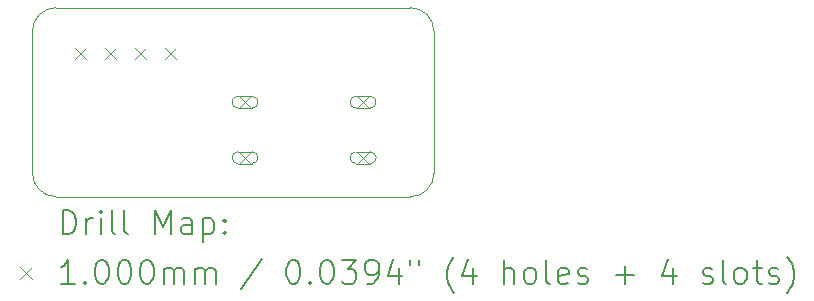
<source format=gbr>
%TF.GenerationSoftware,KiCad,Pcbnew,8.0.3*%
%TF.CreationDate,2024-06-07T01:51:13+12:00*%
%TF.ProjectId,toggle_switch_breakout,746f6767-6c65-45f7-9377-697463685f62,0.1.0*%
%TF.SameCoordinates,Original*%
%TF.FileFunction,Drillmap*%
%TF.FilePolarity,Positive*%
%FSLAX45Y45*%
G04 Gerber Fmt 4.5, Leading zero omitted, Abs format (unit mm)*
G04 Created by KiCad (PCBNEW 8.0.3) date 2024-06-07 01:51:13*
%MOMM*%
%LPD*%
G01*
G04 APERTURE LIST*
%ADD10C,0.100000*%
%ADD11C,0.200000*%
G04 APERTURE END LIST*
D10*
X12410000Y-5650000D02*
G75*
G02*
X12610000Y-5850000I0J-200000D01*
G01*
X9410000Y-7250000D02*
G75*
G02*
X9210000Y-7050000I0J200000D01*
G01*
X9210000Y-7050000D02*
X9210000Y-5850000D01*
X12610000Y-7050000D02*
G75*
G02*
X12410000Y-7250000I-200000J0D01*
G01*
X12410000Y-5650000D02*
X9410000Y-5650000D01*
X12610000Y-7050000D02*
X12610000Y-5850000D01*
X9210000Y-5850000D02*
G75*
G02*
X9410000Y-5650000I200000J0D01*
G01*
X9410000Y-7250000D02*
X12410000Y-7250000D01*
D11*
D10*
X9568000Y-5988520D02*
X9668000Y-6088520D01*
X9668000Y-5988520D02*
X9568000Y-6088520D01*
X9822000Y-5988520D02*
X9922000Y-6088520D01*
X9922000Y-5988520D02*
X9822000Y-6088520D01*
X10076000Y-5988520D02*
X10176000Y-6088520D01*
X10176000Y-5988520D02*
X10076000Y-6088520D01*
X10330000Y-5988520D02*
X10430000Y-6088520D01*
X10430000Y-5988520D02*
X10330000Y-6088520D01*
X10960000Y-6400000D02*
X11060000Y-6500000D01*
X11060000Y-6400000D02*
X10960000Y-6500000D01*
X11070000Y-6400000D02*
X10950000Y-6400000D01*
X10950000Y-6500000D02*
G75*
G02*
X10950000Y-6400000I0J50000D01*
G01*
X10950000Y-6500000D02*
X11070000Y-6500000D01*
X11070000Y-6500000D02*
G75*
G03*
X11070000Y-6400000I0J50000D01*
G01*
X10960000Y-6870000D02*
X11060000Y-6970000D01*
X11060000Y-6870000D02*
X10960000Y-6970000D01*
X11070000Y-6870000D02*
X10950000Y-6870000D01*
X10950000Y-6970000D02*
G75*
G02*
X10950000Y-6870000I0J50000D01*
G01*
X10950000Y-6970000D02*
X11070000Y-6970000D01*
X11070000Y-6970000D02*
G75*
G03*
X11070000Y-6870000I0J50000D01*
G01*
X11960000Y-6400000D02*
X12060000Y-6500000D01*
X12060000Y-6400000D02*
X11960000Y-6500000D01*
X12070000Y-6400000D02*
X11950000Y-6400000D01*
X11950000Y-6500000D02*
G75*
G02*
X11950000Y-6400000I0J50000D01*
G01*
X11950000Y-6500000D02*
X12070000Y-6500000D01*
X12070000Y-6500000D02*
G75*
G03*
X12070000Y-6400000I0J50000D01*
G01*
X11960000Y-6870000D02*
X12060000Y-6970000D01*
X12060000Y-6870000D02*
X11960000Y-6970000D01*
X12070000Y-6870000D02*
X11950000Y-6870000D01*
X11950000Y-6970000D02*
G75*
G02*
X11950000Y-6870000I0J50000D01*
G01*
X11950000Y-6970000D02*
X12070000Y-6970000D01*
X12070000Y-6970000D02*
G75*
G03*
X12070000Y-6870000I0J50000D01*
G01*
D11*
X9465777Y-7566484D02*
X9465777Y-7366484D01*
X9465777Y-7366484D02*
X9513396Y-7366484D01*
X9513396Y-7366484D02*
X9541967Y-7376008D01*
X9541967Y-7376008D02*
X9561015Y-7395055D01*
X9561015Y-7395055D02*
X9570539Y-7414103D01*
X9570539Y-7414103D02*
X9580063Y-7452198D01*
X9580063Y-7452198D02*
X9580063Y-7480769D01*
X9580063Y-7480769D02*
X9570539Y-7518865D01*
X9570539Y-7518865D02*
X9561015Y-7537912D01*
X9561015Y-7537912D02*
X9541967Y-7556960D01*
X9541967Y-7556960D02*
X9513396Y-7566484D01*
X9513396Y-7566484D02*
X9465777Y-7566484D01*
X9665777Y-7566484D02*
X9665777Y-7433150D01*
X9665777Y-7471246D02*
X9675301Y-7452198D01*
X9675301Y-7452198D02*
X9684824Y-7442674D01*
X9684824Y-7442674D02*
X9703872Y-7433150D01*
X9703872Y-7433150D02*
X9722920Y-7433150D01*
X9789586Y-7566484D02*
X9789586Y-7433150D01*
X9789586Y-7366484D02*
X9780063Y-7376008D01*
X9780063Y-7376008D02*
X9789586Y-7385531D01*
X9789586Y-7385531D02*
X9799110Y-7376008D01*
X9799110Y-7376008D02*
X9789586Y-7366484D01*
X9789586Y-7366484D02*
X9789586Y-7385531D01*
X9913396Y-7566484D02*
X9894348Y-7556960D01*
X9894348Y-7556960D02*
X9884824Y-7537912D01*
X9884824Y-7537912D02*
X9884824Y-7366484D01*
X10018158Y-7566484D02*
X9999110Y-7556960D01*
X9999110Y-7556960D02*
X9989586Y-7537912D01*
X9989586Y-7537912D02*
X9989586Y-7366484D01*
X10246729Y-7566484D02*
X10246729Y-7366484D01*
X10246729Y-7366484D02*
X10313396Y-7509341D01*
X10313396Y-7509341D02*
X10380063Y-7366484D01*
X10380063Y-7366484D02*
X10380063Y-7566484D01*
X10561015Y-7566484D02*
X10561015Y-7461722D01*
X10561015Y-7461722D02*
X10551491Y-7442674D01*
X10551491Y-7442674D02*
X10532444Y-7433150D01*
X10532444Y-7433150D02*
X10494348Y-7433150D01*
X10494348Y-7433150D02*
X10475301Y-7442674D01*
X10561015Y-7556960D02*
X10541967Y-7566484D01*
X10541967Y-7566484D02*
X10494348Y-7566484D01*
X10494348Y-7566484D02*
X10475301Y-7556960D01*
X10475301Y-7556960D02*
X10465777Y-7537912D01*
X10465777Y-7537912D02*
X10465777Y-7518865D01*
X10465777Y-7518865D02*
X10475301Y-7499817D01*
X10475301Y-7499817D02*
X10494348Y-7490293D01*
X10494348Y-7490293D02*
X10541967Y-7490293D01*
X10541967Y-7490293D02*
X10561015Y-7480769D01*
X10656253Y-7433150D02*
X10656253Y-7633150D01*
X10656253Y-7442674D02*
X10675301Y-7433150D01*
X10675301Y-7433150D02*
X10713396Y-7433150D01*
X10713396Y-7433150D02*
X10732444Y-7442674D01*
X10732444Y-7442674D02*
X10741967Y-7452198D01*
X10741967Y-7452198D02*
X10751491Y-7471246D01*
X10751491Y-7471246D02*
X10751491Y-7528388D01*
X10751491Y-7528388D02*
X10741967Y-7547436D01*
X10741967Y-7547436D02*
X10732444Y-7556960D01*
X10732444Y-7556960D02*
X10713396Y-7566484D01*
X10713396Y-7566484D02*
X10675301Y-7566484D01*
X10675301Y-7566484D02*
X10656253Y-7556960D01*
X10837205Y-7547436D02*
X10846729Y-7556960D01*
X10846729Y-7556960D02*
X10837205Y-7566484D01*
X10837205Y-7566484D02*
X10827682Y-7556960D01*
X10827682Y-7556960D02*
X10837205Y-7547436D01*
X10837205Y-7547436D02*
X10837205Y-7566484D01*
X10837205Y-7442674D02*
X10846729Y-7452198D01*
X10846729Y-7452198D02*
X10837205Y-7461722D01*
X10837205Y-7461722D02*
X10827682Y-7452198D01*
X10827682Y-7452198D02*
X10837205Y-7442674D01*
X10837205Y-7442674D02*
X10837205Y-7461722D01*
D10*
X9105000Y-7845000D02*
X9205000Y-7945000D01*
X9205000Y-7845000D02*
X9105000Y-7945000D01*
D11*
X9570539Y-7986484D02*
X9456253Y-7986484D01*
X9513396Y-7986484D02*
X9513396Y-7786484D01*
X9513396Y-7786484D02*
X9494348Y-7815055D01*
X9494348Y-7815055D02*
X9475301Y-7834103D01*
X9475301Y-7834103D02*
X9456253Y-7843627D01*
X9656253Y-7967436D02*
X9665777Y-7976960D01*
X9665777Y-7976960D02*
X9656253Y-7986484D01*
X9656253Y-7986484D02*
X9646729Y-7976960D01*
X9646729Y-7976960D02*
X9656253Y-7967436D01*
X9656253Y-7967436D02*
X9656253Y-7986484D01*
X9789586Y-7786484D02*
X9808634Y-7786484D01*
X9808634Y-7786484D02*
X9827682Y-7796008D01*
X9827682Y-7796008D02*
X9837205Y-7805531D01*
X9837205Y-7805531D02*
X9846729Y-7824579D01*
X9846729Y-7824579D02*
X9856253Y-7862674D01*
X9856253Y-7862674D02*
X9856253Y-7910293D01*
X9856253Y-7910293D02*
X9846729Y-7948388D01*
X9846729Y-7948388D02*
X9837205Y-7967436D01*
X9837205Y-7967436D02*
X9827682Y-7976960D01*
X9827682Y-7976960D02*
X9808634Y-7986484D01*
X9808634Y-7986484D02*
X9789586Y-7986484D01*
X9789586Y-7986484D02*
X9770539Y-7976960D01*
X9770539Y-7976960D02*
X9761015Y-7967436D01*
X9761015Y-7967436D02*
X9751491Y-7948388D01*
X9751491Y-7948388D02*
X9741967Y-7910293D01*
X9741967Y-7910293D02*
X9741967Y-7862674D01*
X9741967Y-7862674D02*
X9751491Y-7824579D01*
X9751491Y-7824579D02*
X9761015Y-7805531D01*
X9761015Y-7805531D02*
X9770539Y-7796008D01*
X9770539Y-7796008D02*
X9789586Y-7786484D01*
X9980063Y-7786484D02*
X9999110Y-7786484D01*
X9999110Y-7786484D02*
X10018158Y-7796008D01*
X10018158Y-7796008D02*
X10027682Y-7805531D01*
X10027682Y-7805531D02*
X10037205Y-7824579D01*
X10037205Y-7824579D02*
X10046729Y-7862674D01*
X10046729Y-7862674D02*
X10046729Y-7910293D01*
X10046729Y-7910293D02*
X10037205Y-7948388D01*
X10037205Y-7948388D02*
X10027682Y-7967436D01*
X10027682Y-7967436D02*
X10018158Y-7976960D01*
X10018158Y-7976960D02*
X9999110Y-7986484D01*
X9999110Y-7986484D02*
X9980063Y-7986484D01*
X9980063Y-7986484D02*
X9961015Y-7976960D01*
X9961015Y-7976960D02*
X9951491Y-7967436D01*
X9951491Y-7967436D02*
X9941967Y-7948388D01*
X9941967Y-7948388D02*
X9932444Y-7910293D01*
X9932444Y-7910293D02*
X9932444Y-7862674D01*
X9932444Y-7862674D02*
X9941967Y-7824579D01*
X9941967Y-7824579D02*
X9951491Y-7805531D01*
X9951491Y-7805531D02*
X9961015Y-7796008D01*
X9961015Y-7796008D02*
X9980063Y-7786484D01*
X10170539Y-7786484D02*
X10189586Y-7786484D01*
X10189586Y-7786484D02*
X10208634Y-7796008D01*
X10208634Y-7796008D02*
X10218158Y-7805531D01*
X10218158Y-7805531D02*
X10227682Y-7824579D01*
X10227682Y-7824579D02*
X10237205Y-7862674D01*
X10237205Y-7862674D02*
X10237205Y-7910293D01*
X10237205Y-7910293D02*
X10227682Y-7948388D01*
X10227682Y-7948388D02*
X10218158Y-7967436D01*
X10218158Y-7967436D02*
X10208634Y-7976960D01*
X10208634Y-7976960D02*
X10189586Y-7986484D01*
X10189586Y-7986484D02*
X10170539Y-7986484D01*
X10170539Y-7986484D02*
X10151491Y-7976960D01*
X10151491Y-7976960D02*
X10141967Y-7967436D01*
X10141967Y-7967436D02*
X10132444Y-7948388D01*
X10132444Y-7948388D02*
X10122920Y-7910293D01*
X10122920Y-7910293D02*
X10122920Y-7862674D01*
X10122920Y-7862674D02*
X10132444Y-7824579D01*
X10132444Y-7824579D02*
X10141967Y-7805531D01*
X10141967Y-7805531D02*
X10151491Y-7796008D01*
X10151491Y-7796008D02*
X10170539Y-7786484D01*
X10322920Y-7986484D02*
X10322920Y-7853150D01*
X10322920Y-7872198D02*
X10332444Y-7862674D01*
X10332444Y-7862674D02*
X10351491Y-7853150D01*
X10351491Y-7853150D02*
X10380063Y-7853150D01*
X10380063Y-7853150D02*
X10399110Y-7862674D01*
X10399110Y-7862674D02*
X10408634Y-7881722D01*
X10408634Y-7881722D02*
X10408634Y-7986484D01*
X10408634Y-7881722D02*
X10418158Y-7862674D01*
X10418158Y-7862674D02*
X10437205Y-7853150D01*
X10437205Y-7853150D02*
X10465777Y-7853150D01*
X10465777Y-7853150D02*
X10484825Y-7862674D01*
X10484825Y-7862674D02*
X10494348Y-7881722D01*
X10494348Y-7881722D02*
X10494348Y-7986484D01*
X10589586Y-7986484D02*
X10589586Y-7853150D01*
X10589586Y-7872198D02*
X10599110Y-7862674D01*
X10599110Y-7862674D02*
X10618158Y-7853150D01*
X10618158Y-7853150D02*
X10646729Y-7853150D01*
X10646729Y-7853150D02*
X10665777Y-7862674D01*
X10665777Y-7862674D02*
X10675301Y-7881722D01*
X10675301Y-7881722D02*
X10675301Y-7986484D01*
X10675301Y-7881722D02*
X10684825Y-7862674D01*
X10684825Y-7862674D02*
X10703872Y-7853150D01*
X10703872Y-7853150D02*
X10732444Y-7853150D01*
X10732444Y-7853150D02*
X10751491Y-7862674D01*
X10751491Y-7862674D02*
X10761015Y-7881722D01*
X10761015Y-7881722D02*
X10761015Y-7986484D01*
X11151491Y-7776960D02*
X10980063Y-8034103D01*
X11408634Y-7786484D02*
X11427682Y-7786484D01*
X11427682Y-7786484D02*
X11446729Y-7796008D01*
X11446729Y-7796008D02*
X11456253Y-7805531D01*
X11456253Y-7805531D02*
X11465777Y-7824579D01*
X11465777Y-7824579D02*
X11475301Y-7862674D01*
X11475301Y-7862674D02*
X11475301Y-7910293D01*
X11475301Y-7910293D02*
X11465777Y-7948388D01*
X11465777Y-7948388D02*
X11456253Y-7967436D01*
X11456253Y-7967436D02*
X11446729Y-7976960D01*
X11446729Y-7976960D02*
X11427682Y-7986484D01*
X11427682Y-7986484D02*
X11408634Y-7986484D01*
X11408634Y-7986484D02*
X11389586Y-7976960D01*
X11389586Y-7976960D02*
X11380063Y-7967436D01*
X11380063Y-7967436D02*
X11370539Y-7948388D01*
X11370539Y-7948388D02*
X11361015Y-7910293D01*
X11361015Y-7910293D02*
X11361015Y-7862674D01*
X11361015Y-7862674D02*
X11370539Y-7824579D01*
X11370539Y-7824579D02*
X11380063Y-7805531D01*
X11380063Y-7805531D02*
X11389586Y-7796008D01*
X11389586Y-7796008D02*
X11408634Y-7786484D01*
X11561015Y-7967436D02*
X11570539Y-7976960D01*
X11570539Y-7976960D02*
X11561015Y-7986484D01*
X11561015Y-7986484D02*
X11551491Y-7976960D01*
X11551491Y-7976960D02*
X11561015Y-7967436D01*
X11561015Y-7967436D02*
X11561015Y-7986484D01*
X11694348Y-7786484D02*
X11713396Y-7786484D01*
X11713396Y-7786484D02*
X11732444Y-7796008D01*
X11732444Y-7796008D02*
X11741967Y-7805531D01*
X11741967Y-7805531D02*
X11751491Y-7824579D01*
X11751491Y-7824579D02*
X11761015Y-7862674D01*
X11761015Y-7862674D02*
X11761015Y-7910293D01*
X11761015Y-7910293D02*
X11751491Y-7948388D01*
X11751491Y-7948388D02*
X11741967Y-7967436D01*
X11741967Y-7967436D02*
X11732444Y-7976960D01*
X11732444Y-7976960D02*
X11713396Y-7986484D01*
X11713396Y-7986484D02*
X11694348Y-7986484D01*
X11694348Y-7986484D02*
X11675301Y-7976960D01*
X11675301Y-7976960D02*
X11665777Y-7967436D01*
X11665777Y-7967436D02*
X11656253Y-7948388D01*
X11656253Y-7948388D02*
X11646729Y-7910293D01*
X11646729Y-7910293D02*
X11646729Y-7862674D01*
X11646729Y-7862674D02*
X11656253Y-7824579D01*
X11656253Y-7824579D02*
X11665777Y-7805531D01*
X11665777Y-7805531D02*
X11675301Y-7796008D01*
X11675301Y-7796008D02*
X11694348Y-7786484D01*
X11827682Y-7786484D02*
X11951491Y-7786484D01*
X11951491Y-7786484D02*
X11884825Y-7862674D01*
X11884825Y-7862674D02*
X11913396Y-7862674D01*
X11913396Y-7862674D02*
X11932444Y-7872198D01*
X11932444Y-7872198D02*
X11941967Y-7881722D01*
X11941967Y-7881722D02*
X11951491Y-7900769D01*
X11951491Y-7900769D02*
X11951491Y-7948388D01*
X11951491Y-7948388D02*
X11941967Y-7967436D01*
X11941967Y-7967436D02*
X11932444Y-7976960D01*
X11932444Y-7976960D02*
X11913396Y-7986484D01*
X11913396Y-7986484D02*
X11856253Y-7986484D01*
X11856253Y-7986484D02*
X11837206Y-7976960D01*
X11837206Y-7976960D02*
X11827682Y-7967436D01*
X12046729Y-7986484D02*
X12084825Y-7986484D01*
X12084825Y-7986484D02*
X12103872Y-7976960D01*
X12103872Y-7976960D02*
X12113396Y-7967436D01*
X12113396Y-7967436D02*
X12132444Y-7938865D01*
X12132444Y-7938865D02*
X12141967Y-7900769D01*
X12141967Y-7900769D02*
X12141967Y-7824579D01*
X12141967Y-7824579D02*
X12132444Y-7805531D01*
X12132444Y-7805531D02*
X12122920Y-7796008D01*
X12122920Y-7796008D02*
X12103872Y-7786484D01*
X12103872Y-7786484D02*
X12065777Y-7786484D01*
X12065777Y-7786484D02*
X12046729Y-7796008D01*
X12046729Y-7796008D02*
X12037206Y-7805531D01*
X12037206Y-7805531D02*
X12027682Y-7824579D01*
X12027682Y-7824579D02*
X12027682Y-7872198D01*
X12027682Y-7872198D02*
X12037206Y-7891246D01*
X12037206Y-7891246D02*
X12046729Y-7900769D01*
X12046729Y-7900769D02*
X12065777Y-7910293D01*
X12065777Y-7910293D02*
X12103872Y-7910293D01*
X12103872Y-7910293D02*
X12122920Y-7900769D01*
X12122920Y-7900769D02*
X12132444Y-7891246D01*
X12132444Y-7891246D02*
X12141967Y-7872198D01*
X12313396Y-7853150D02*
X12313396Y-7986484D01*
X12265777Y-7776960D02*
X12218158Y-7919817D01*
X12218158Y-7919817D02*
X12341967Y-7919817D01*
X12408634Y-7786484D02*
X12408634Y-7824579D01*
X12484825Y-7786484D02*
X12484825Y-7824579D01*
X12780063Y-8062674D02*
X12770539Y-8053150D01*
X12770539Y-8053150D02*
X12751491Y-8024579D01*
X12751491Y-8024579D02*
X12741968Y-8005531D01*
X12741968Y-8005531D02*
X12732444Y-7976960D01*
X12732444Y-7976960D02*
X12722920Y-7929341D01*
X12722920Y-7929341D02*
X12722920Y-7891246D01*
X12722920Y-7891246D02*
X12732444Y-7843627D01*
X12732444Y-7843627D02*
X12741968Y-7815055D01*
X12741968Y-7815055D02*
X12751491Y-7796008D01*
X12751491Y-7796008D02*
X12770539Y-7767436D01*
X12770539Y-7767436D02*
X12780063Y-7757912D01*
X12941968Y-7853150D02*
X12941968Y-7986484D01*
X12894348Y-7776960D02*
X12846729Y-7919817D01*
X12846729Y-7919817D02*
X12970539Y-7919817D01*
X13199110Y-7986484D02*
X13199110Y-7786484D01*
X13284825Y-7986484D02*
X13284825Y-7881722D01*
X13284825Y-7881722D02*
X13275301Y-7862674D01*
X13275301Y-7862674D02*
X13256253Y-7853150D01*
X13256253Y-7853150D02*
X13227682Y-7853150D01*
X13227682Y-7853150D02*
X13208634Y-7862674D01*
X13208634Y-7862674D02*
X13199110Y-7872198D01*
X13408634Y-7986484D02*
X13389587Y-7976960D01*
X13389587Y-7976960D02*
X13380063Y-7967436D01*
X13380063Y-7967436D02*
X13370539Y-7948388D01*
X13370539Y-7948388D02*
X13370539Y-7891246D01*
X13370539Y-7891246D02*
X13380063Y-7872198D01*
X13380063Y-7872198D02*
X13389587Y-7862674D01*
X13389587Y-7862674D02*
X13408634Y-7853150D01*
X13408634Y-7853150D02*
X13437206Y-7853150D01*
X13437206Y-7853150D02*
X13456253Y-7862674D01*
X13456253Y-7862674D02*
X13465777Y-7872198D01*
X13465777Y-7872198D02*
X13475301Y-7891246D01*
X13475301Y-7891246D02*
X13475301Y-7948388D01*
X13475301Y-7948388D02*
X13465777Y-7967436D01*
X13465777Y-7967436D02*
X13456253Y-7976960D01*
X13456253Y-7976960D02*
X13437206Y-7986484D01*
X13437206Y-7986484D02*
X13408634Y-7986484D01*
X13589587Y-7986484D02*
X13570539Y-7976960D01*
X13570539Y-7976960D02*
X13561015Y-7957912D01*
X13561015Y-7957912D02*
X13561015Y-7786484D01*
X13741968Y-7976960D02*
X13722920Y-7986484D01*
X13722920Y-7986484D02*
X13684825Y-7986484D01*
X13684825Y-7986484D02*
X13665777Y-7976960D01*
X13665777Y-7976960D02*
X13656253Y-7957912D01*
X13656253Y-7957912D02*
X13656253Y-7881722D01*
X13656253Y-7881722D02*
X13665777Y-7862674D01*
X13665777Y-7862674D02*
X13684825Y-7853150D01*
X13684825Y-7853150D02*
X13722920Y-7853150D01*
X13722920Y-7853150D02*
X13741968Y-7862674D01*
X13741968Y-7862674D02*
X13751491Y-7881722D01*
X13751491Y-7881722D02*
X13751491Y-7900769D01*
X13751491Y-7900769D02*
X13656253Y-7919817D01*
X13827682Y-7976960D02*
X13846730Y-7986484D01*
X13846730Y-7986484D02*
X13884825Y-7986484D01*
X13884825Y-7986484D02*
X13903872Y-7976960D01*
X13903872Y-7976960D02*
X13913396Y-7957912D01*
X13913396Y-7957912D02*
X13913396Y-7948388D01*
X13913396Y-7948388D02*
X13903872Y-7929341D01*
X13903872Y-7929341D02*
X13884825Y-7919817D01*
X13884825Y-7919817D02*
X13856253Y-7919817D01*
X13856253Y-7919817D02*
X13837206Y-7910293D01*
X13837206Y-7910293D02*
X13827682Y-7891246D01*
X13827682Y-7891246D02*
X13827682Y-7881722D01*
X13827682Y-7881722D02*
X13837206Y-7862674D01*
X13837206Y-7862674D02*
X13856253Y-7853150D01*
X13856253Y-7853150D02*
X13884825Y-7853150D01*
X13884825Y-7853150D02*
X13903872Y-7862674D01*
X14151492Y-7910293D02*
X14303873Y-7910293D01*
X14227682Y-7986484D02*
X14227682Y-7834103D01*
X14637206Y-7853150D02*
X14637206Y-7986484D01*
X14589587Y-7776960D02*
X14541968Y-7919817D01*
X14541968Y-7919817D02*
X14665777Y-7919817D01*
X14884825Y-7976960D02*
X14903873Y-7986484D01*
X14903873Y-7986484D02*
X14941968Y-7986484D01*
X14941968Y-7986484D02*
X14961015Y-7976960D01*
X14961015Y-7976960D02*
X14970539Y-7957912D01*
X14970539Y-7957912D02*
X14970539Y-7948388D01*
X14970539Y-7948388D02*
X14961015Y-7929341D01*
X14961015Y-7929341D02*
X14941968Y-7919817D01*
X14941968Y-7919817D02*
X14913396Y-7919817D01*
X14913396Y-7919817D02*
X14894349Y-7910293D01*
X14894349Y-7910293D02*
X14884825Y-7891246D01*
X14884825Y-7891246D02*
X14884825Y-7881722D01*
X14884825Y-7881722D02*
X14894349Y-7862674D01*
X14894349Y-7862674D02*
X14913396Y-7853150D01*
X14913396Y-7853150D02*
X14941968Y-7853150D01*
X14941968Y-7853150D02*
X14961015Y-7862674D01*
X15084825Y-7986484D02*
X15065777Y-7976960D01*
X15065777Y-7976960D02*
X15056254Y-7957912D01*
X15056254Y-7957912D02*
X15056254Y-7786484D01*
X15189587Y-7986484D02*
X15170539Y-7976960D01*
X15170539Y-7976960D02*
X15161015Y-7967436D01*
X15161015Y-7967436D02*
X15151492Y-7948388D01*
X15151492Y-7948388D02*
X15151492Y-7891246D01*
X15151492Y-7891246D02*
X15161015Y-7872198D01*
X15161015Y-7872198D02*
X15170539Y-7862674D01*
X15170539Y-7862674D02*
X15189587Y-7853150D01*
X15189587Y-7853150D02*
X15218158Y-7853150D01*
X15218158Y-7853150D02*
X15237206Y-7862674D01*
X15237206Y-7862674D02*
X15246730Y-7872198D01*
X15246730Y-7872198D02*
X15256254Y-7891246D01*
X15256254Y-7891246D02*
X15256254Y-7948388D01*
X15256254Y-7948388D02*
X15246730Y-7967436D01*
X15246730Y-7967436D02*
X15237206Y-7976960D01*
X15237206Y-7976960D02*
X15218158Y-7986484D01*
X15218158Y-7986484D02*
X15189587Y-7986484D01*
X15313396Y-7853150D02*
X15389587Y-7853150D01*
X15341968Y-7786484D02*
X15341968Y-7957912D01*
X15341968Y-7957912D02*
X15351492Y-7976960D01*
X15351492Y-7976960D02*
X15370539Y-7986484D01*
X15370539Y-7986484D02*
X15389587Y-7986484D01*
X15446730Y-7976960D02*
X15465777Y-7986484D01*
X15465777Y-7986484D02*
X15503873Y-7986484D01*
X15503873Y-7986484D02*
X15522920Y-7976960D01*
X15522920Y-7976960D02*
X15532444Y-7957912D01*
X15532444Y-7957912D02*
X15532444Y-7948388D01*
X15532444Y-7948388D02*
X15522920Y-7929341D01*
X15522920Y-7929341D02*
X15503873Y-7919817D01*
X15503873Y-7919817D02*
X15475301Y-7919817D01*
X15475301Y-7919817D02*
X15456254Y-7910293D01*
X15456254Y-7910293D02*
X15446730Y-7891246D01*
X15446730Y-7891246D02*
X15446730Y-7881722D01*
X15446730Y-7881722D02*
X15456254Y-7862674D01*
X15456254Y-7862674D02*
X15475301Y-7853150D01*
X15475301Y-7853150D02*
X15503873Y-7853150D01*
X15503873Y-7853150D02*
X15522920Y-7862674D01*
X15599111Y-8062674D02*
X15608635Y-8053150D01*
X15608635Y-8053150D02*
X15627682Y-8024579D01*
X15627682Y-8024579D02*
X15637206Y-8005531D01*
X15637206Y-8005531D02*
X15646730Y-7976960D01*
X15646730Y-7976960D02*
X15656254Y-7929341D01*
X15656254Y-7929341D02*
X15656254Y-7891246D01*
X15656254Y-7891246D02*
X15646730Y-7843627D01*
X15646730Y-7843627D02*
X15637206Y-7815055D01*
X15637206Y-7815055D02*
X15627682Y-7796008D01*
X15627682Y-7796008D02*
X15608635Y-7767436D01*
X15608635Y-7767436D02*
X15599111Y-7757912D01*
M02*

</source>
